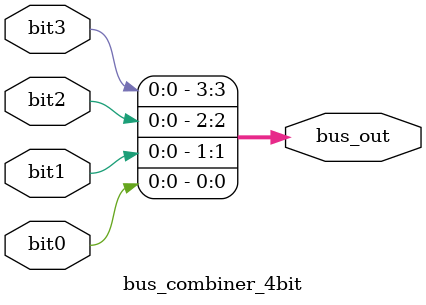
<source format=v>
module bus_combiner_4bit (
    input wire bit0,         
    input wire bit1,         
    input wire bit2,         
    input wire bit3,                 
    output wire [3:0] bus_out 
);
    assign bus_out = {bit3, bit2, bit1, bit0};
endmodule

</source>
